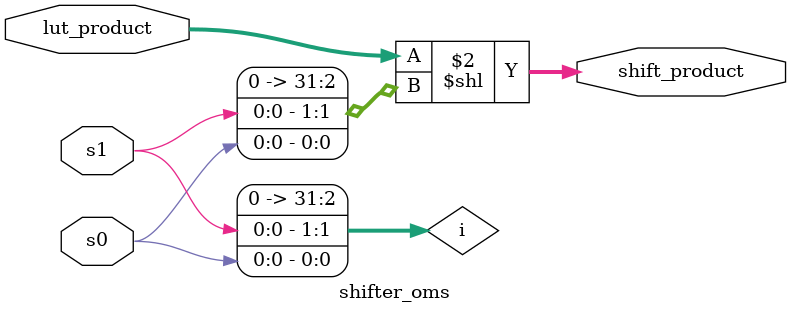
<source format=v>
module shifter_oms(lut_product,s1,s0,shift_product);
 input [8:0] lut_product ;
 input s1,s0;
 output reg [8:0] shift_product;
 integer i;
 
 always @(*)
 begin 
  i={s1,s0};
  shift_product=lut_product<<i;
 end 
endmodule  
</source>
